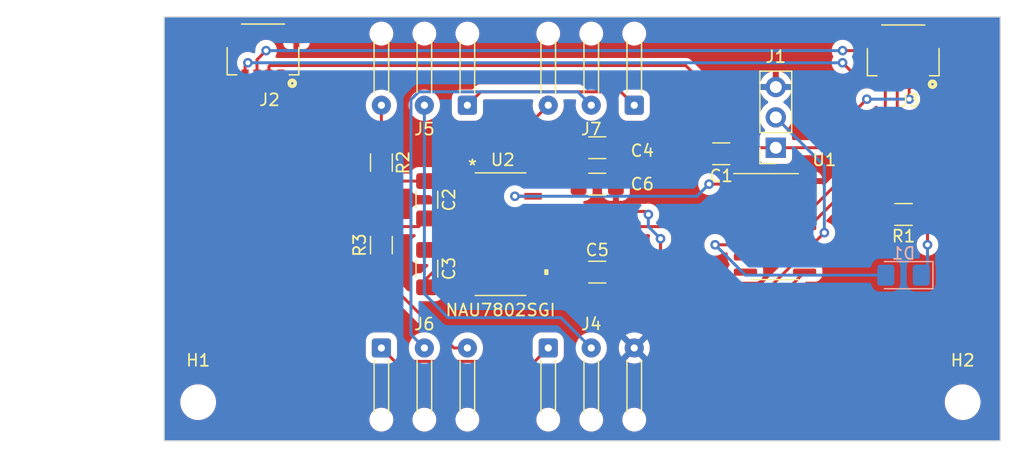
<source format=kicad_pcb>
(kicad_pcb (version 20221018) (generator pcbnew)
  (title_block (comment 4 "AISLER Project ID: ILJMSGZT"))
  (layers (0 "F.Cu" signal) (31 "B.Cu" signal) (34 "B.Paste" user) (35 "F.Paste" user) (36 "B.SilkS" user "B.Silkscreen") (37 "F.SilkS" user "F.Silkscreen") (38 "B.Mask" user) (39 "F.Mask" user) (44 "Edge.Cuts" user))
  (net 0 "")
  (net 1 "VCC")
  (net 2 "GND")
  (net 3 "Net-(U2-VIN1N)")
  (net 4 "Net-(D1-K)")
  (net 5 "SDA_1")
  (net 6 "Net-(U2-VIN1P)")
  (net 7 "Net-(U2-VIN2N)")
  (net 8 "Net-(U2-VIN2P)")
  (net 9 "/Scale/NAU_VDDA")
  (net 10 "Net-(U2-VBG)")
  (net 11 "Net-(D1-A)")
  (net 12 "Net-(J1-Pin_2)")
  (net 18 "SCL_1")
  (net 19 "/SDA_0")
  (net 21 "Net-(J4-Pin_2)")
  (net 22 "Net-(J5-Pin_1)")
  (net 23 "Net-(J6-Pin_2)")
  (net 24 "Net-(J6-Pin_3)")
  (net 25 "Net-(J4-Pin_1)")
  (net 26 "Net-(J5-Pin_3)")
  (net 30 "/SCL_0")
  (footprint "Resistor_SMD:R_1206_3216Metric_Pad1.30x1.75mm_HandSolder" (layer "F.Cu") (at 138.1865 93.7 -90)
    (fp_text reference "R2" (at 0 -1.82 90) (layer "F.SilkS"))
    (fp_text value "47")
    (fp_line (start -0.727064 -0.91) (end 0.727064 -0.91) (stroke (width 0.12)) (layer "F.SilkS"))
    (fp_line (start -0.727064 0.91) (end 0.727064 0.91) (stroke (width 0.12)) (layer "F.SilkS"))
    (pad "1" smd roundrect (at -1.55 0 270) (size 1.3 1.75) (layers "F.Cu" "F.Paste" "F.Mask") (roundrect_rratio 0.1923076923) (net 26 "Net-(J5-Pin_3)"))
    (pad "2" smd roundrect (at 1.55 0 270) (size 1.3 1.75) (layers "F.Cu" "F.Paste" "F.Mask") (roundrect_rratio 0.1923076923) (net 3 "Net-(U2-VIN1N)"))
  )
  (footprint "Capacitor_SMD:C_1206_3216Metric_Pad1.33x1.80mm_HandSolder" (layer "F.Cu") (at 141.9965 102.5775 -90)
    (fp_text reference "C3" (at 0 -1.85 90) (layer "F.SilkS"))
    (fp_text value "330p")
    (fp_line (start -0.711252 -0.91) (end 0.711252 -0.91) (stroke (width 0.12)) (layer "F.SilkS"))
    (fp_line (start -0.711252 0.91) (end 0.711252 0.91) (stroke (width 0.12)) (layer "F.SilkS"))
    (pad "1" smd roundrect (at -1.5625 0 270) (size 1.325 1.8) (layers "F.Cu" "F.Paste" "F.Mask") (roundrect_rratio 0.1886792453) (net 7 "Net-(U2-VIN2N)"))
    (pad "2" smd roundrect (at 1.5625 0 270) (size 1.325 1.8) (layers "F.Cu" "F.Paste" "F.Mask") (roundrect_rratio 0.1886792453) (net 8 "Net-(U2-VIN2P)"))
  )
  (footprint "Package_SO:SOIC-14_3.9x8.7mm_P1.27mm" (layer "F.Cu") (at 171.1415 99.06)
    (fp_text reference "U1" (at 4.129 -5.588) (layer "F.SilkS"))
    (fp_text value "ATtiny1614-SS")
    (fp_line (start 0 -4.435) (end -3.45 -4.435) (stroke (width 0.12)) (layer "F.SilkS"))
    (fp_line (start 0 -4.435) (end 1.95 -4.435) (stroke (width 0.12)) (layer "F.SilkS"))
    (fp_line (start 0 4.435) (end -1.95 4.435) (stroke (width 0.12)) (layer "F.SilkS"))
    (fp_line (start 0 4.435) (end 1.95 4.435) (stroke (width 0.12)) (layer "F.SilkS"))
    (pad "1" smd roundrect (at -2.475 -3.81) (size 1.95 0.6) (layers "F.Cu" "F.Paste" "F.Mask") (net 1 "VCC"))
    (pad "2" smd roundrect (at -2.475 -2.54) (size 1.95 0.6) (layers "F.Cu" "F.Paste" "F.Mask"))
    (pad "3" smd roundrect (at -2.475 -1.27) (size 1.95 0.6) (layers "F.Cu" "F.Paste" "F.Mask"))
    (pad "4" smd roundrect (at -2.475 0) (size 1.95 0.6) (layers "F.Cu" "F.Paste" "F.Mask"))
    (pad "5" smd roundrect (at -2.475 1.27) (size 1.95 0.6) (layers "F.Cu" "F.Paste" "F.Mask") (net 11 "Net-(D1-A)"))
    (pad "6" smd roundrect (at -2.475 2.54) (size 1.95 0.6) (layers "F.Cu" "F.Paste" "F.Mask"))
    (pad "7" smd roundrect (at -2.475 3.81) (size 1.95 0.6) (layers "F.Cu" "F.Paste" "F.Mask"))
    (pad "8" smd roundrect (at 2.475 3.81) (size 1.95 0.6) (layers "F.Cu" "F.Paste" "F.Mask") (net 19 "/SDA_0"))
    (pad "9" smd roundrect (at 2.475 2.54) (size 1.95 0.6) (layers "F.Cu" "F.Paste" "F.Mask") (net 30 "/SCL_0"))
    (pad "10" smd roundrect (at 2.475 1.27) (size 1.95 0.6) (layers "F.Cu" "F.Paste" "F.Mask") (net 12 "Net-(J1-Pin_2)"))
    (pad "11" smd roundrect (at 2.475 0) (size 1.95 0.6) (layers "F.Cu" "F.Paste" "F.Mask") (net 5 "SDA_1"))
    (pad "12" smd roundrect (at 2.475 -1.27) (size 1.95 0.6) (layers "F.Cu" "F.Paste" "F.Mask") (net 18 "SCL_1"))
    (pad "13" smd roundrect (at 2.475 -2.54) (size 1.95 0.6) (layers "F.Cu" "F.Paste" "F.Mask"))
    (pad "14" smd roundrect (at 2.475 -3.81) (size 1.95 0.6) (layers "F.Cu" "F.Paste" "F.Mask") (net 2 "GND"))
  )
  (footprint "Connector_PinSocket_2.54mm:PinSocket_1x03_P2.54mm_Vertical" (layer "F.Cu") (at 171.2065 92.456 180)
    (fp_text reference "J1" (at 0 7.62) (layer "F.SilkS"))
    (fp_text value "Conn_01x03")
    (fp_line (start -1.33 1.27) (end -1.33 6.41) (stroke (width 0.12)) (layer "F.SilkS"))
    (fp_line (start -1.33 1.27) (end 1.33 1.27) (stroke (width 0.12)) (layer "F.SilkS"))
    (fp_line (start -1.33 6.41) (end 1.33 6.41) (stroke (width 0.12)) (layer "F.SilkS"))
    (fp_line (start 0 -1.33) (end 1.33 -1.33) (stroke (width 0.12)) (layer "F.SilkS"))
    (fp_line (start 1.33 -1.33) (end 1.33 0) (stroke (width 0.12)) (layer "F.SilkS"))
    (fp_line (start 1.33 1.27) (end 1.33 6.41) (stroke (width 0.12)) (layer "F.SilkS"))
    (pad "1" thru_hole rect (at 0 0 180) (size 1.7 1.7) (drill 1) (layers "*.Cu" "*.Mask") (net 1 "VCC"))
    (pad "2" thru_hole oval (at 0 2.54 180) (size 1.7 1.7) (drill 1) (layers "*.Cu" "*.Mask") (net 12 "Net-(J1-Pin_2)"))
    (pad "3" thru_hole oval (at 0 5.08 180) (size 1.7 1.7) (drill 1) (layers "*.Cu" "*.Mask") (net 2 "GND"))
  )
  (footprint "Connector_Wire:SolderWire-0.1sqmm_1x03_P3.6mm_D0.4mm_OD1mm_Relief" (layer "F.Cu") (at 159.3565 88.9 180)
    (fp_text reference "J7" (at 3.6 -2) (layer "F.SilkS"))
    (fp_text value "Conn_01x03_Male")
    (fp_line (start -0.61 1.06) (end -0.61 5.39) (stroke (width 0.12)) (layer "F.SilkS"))
    (fp_line (start 0.61 1.06) (end 0.61 5.39) (stroke (width 0.12)) (layer "F.SilkS"))
    (fp_line (start 2.99 1.06) (end 2.99 5.39) (stroke (width 0.12)) (layer "F.SilkS"))
    (fp_line (start 4.21 1.06) (end 4.21 5.39) (stroke (width 0.12)) (layer "F.SilkS"))
    (fp_line (start 6.59 1.06) (end 6.59 5.39) (stroke (width 0.12)) (layer "F.SilkS"))
    (fp_line (start 7.81 1.06) (end 7.81 5.39) (stroke (width 0.12)) (layer "F.SilkS"))
    (pad "" np_thru_hole circle (at 0 6 180) (size 1.5 1.5) (drill 1.5) (layers "*.Cu" "*.Mask"))
    (pad "" np_thru_hole circle (at 3.6 6 180) (size 1.5 1.5) (drill 1.5) (layers "*.Cu" "*.Mask"))
    (pad "" np_thru_hole circle (at 7.2 6 180) (size 1.5 1.5) (drill 1.5) (layers "*.Cu" "*.Mask"))
    (pad "1" thru_hole roundrect (at 0 0 180) (size 1.6 1.6) (drill 0.6) (layers "*.Cu" "*.Mask") (roundrect_rratio 0.15625) (net 22 "Net-(J5-Pin_1)"))
    (pad "2" thru_hole circle (at 3.6 0 180) (size 1.6 1.6) (drill 0.6) (layers "*.Cu" "*.Mask") (net 23 "Net-(J6-Pin_2)"))
    (pad "3" thru_hole circle (at 7.2 0 180) (size 1.6 1.6) (drill 0.6) (layers "*.Cu" "*.Mask") (net 9 "/Scale/NAU_VDDA"))
  )
  (footprint "Capacitor_SMD:C_1206_3216Metric_Pad1.33x1.80mm_HandSolder" (layer "F.Cu") (at 156.259 92.456)
    (fp_text reference "C4" (at 3.7715 0.254) (layer "F.SilkS"))
    (fp_text value "1µ")
    (fp_line (start -0.711252 -0.91) (end 0.711252 -0.91) (stroke (width 0.12)) (layer "F.SilkS"))
    (fp_line (start -0.711252 0.91) (end 0.711252 0.91) (stroke (width 0.12)) (layer "F.SilkS"))
    (pad "1" smd roundrect (at -1.5625 0) (size 1.325 1.8) (layers "F.Cu" "F.Paste" "F.Mask") (roundrect_rratio 0.1886792453) (net 9 "/Scale/NAU_VDDA"))
    (pad "2" smd roundrect (at 1.5625 0) (size 1.325 1.8) (layers "F.Cu" "F.Paste" "F.Mask") (roundrect_rratio 0.1886792453) (net 2 "GND"))
  )
  (footprint "Capacitor_SMD:C_1206_3216Metric" (layer "F.Cu") (at 166.6345 92.964 180)
    (fp_text reference "C1" (at 0 -1.85) (layer "F.SilkS"))
    (fp_text value "10u")
    (fp_line (start -0.711252 -0.91) (end 0.711252 -0.91) (stroke (width 0.12)) (layer "F.SilkS"))
    (fp_line (start -0.711252 0.91) (end 0.711252 0.91) (stroke (width 0.12)) (layer "F.SilkS"))
    (pad "1" smd roundrect (at -1.475 0 180) (size 1.15 1.8) (layers "F.Cu" "F.Paste" "F.Mask") (roundrect_rratio 0.2173913043) (net 1 "VCC"))
    (pad "2" smd roundrect (at 1.475 0 180) (size 1.15 1.8) (layers "F.Cu" "F.Paste" "F.Mask") (roundrect_rratio 0.2173913043) (net 2 "GND"))
  )
  (footprint "Connector_Wire:SolderWire-0.1sqmm_1x03_P3.6mm_D0.4mm_OD1mm_Relief" (layer "F.Cu") (at 145.3865 88.9 180)
    (fp_text reference "J5" (at 3.6 -2) (layer "F.SilkS"))
    (fp_text value "Conn_01x03_Male")
    (fp_line (start -0.61 1.06) (end -0.61 5.39) (stroke (width 0.12)) (layer "F.SilkS"))
    (fp_line (start 0.61 1.06) (end 0.61 5.39) (stroke (width 0.12)) (layer "F.SilkS"))
    (fp_line (start 2.99 1.06) (end 2.99 5.39) (stroke (width 0.12)) (layer "F.SilkS"))
    (fp_line (start 4.21 1.06) (end 4.21 5.39) (stroke (width 0.12)) (layer "F.SilkS"))
    (fp_line (start 6.59 1.06) (end 6.59 5.39) (stroke (width 0.12)) (layer "F.SilkS"))
    (fp_line (start 7.81 1.06) (end 7.81 5.39) (stroke (width 0.12)) (layer "F.SilkS"))
    (pad "" np_thru_hole circle (at 0 6 180) (size 1.5 1.5) (drill 1.5) (layers "*.Cu" "*.Mask"))
    (pad "" np_thru_hole circle (at 3.6 6 180) (size 1.5 1.5) (drill 1.5) (layers "*.Cu" "*.Mask"))
    (pad "" np_thru_hole circle (at 7.2 6 180) (size 1.5 1.5) (drill 1.5) (layers "*.Cu" "*.Mask"))
    (pad "1" thru_hole roundrect (at 0 0 180) (size 1.6 1.6) (drill 0.6) (layers "*.Cu" "*.Mask") (roundrect_rratio 0.15625) (net 22 "Net-(J5-Pin_1)"))
    (pad "2" thru_hole circle (at 3.6 0 180) (size 1.6 1.6) (drill 0.6) (layers "*.Cu" "*.Mask") (net 21 "Net-(J4-Pin_2)"))
    (pad "3" thru_hole circle (at 7.2 0 180) (size 1.6 1.6) (drill 0.6) (layers "*.Cu" "*.Mask") (net 26 "Net-(J5-Pin_3)"))
  )
  (footprint "MountingHole:MountingHole_2.5mm" (layer "F.Cu") (at 122.848 113.756)
    (fp_text reference "H1" (at 0 -3.5) (layer "F.SilkS"))
    (fp_text value "MountingHole")
    (pad "" np_thru_hole circle (at 0 0) (size 2.5 2.5) (drill 2.5) (layers "*.Cu" "*.Mask"))
  )
  (footprint "Resistor_SMD:R_1206_3216Metric_Pad1.30x1.75mm_HandSolder" (layer "F.Cu") (at 138.1865 100.61 90)
    (fp_text reference "R3" (at 0 -1.82 90) (layer "F.SilkS"))
    (fp_text value "47")
    (fp_line (start -0.727064 -0.91) (end 0.727064 -0.91) (stroke (width 0.12)) (layer "F.SilkS"))
    (fp_line (start -0.727064 0.91) (end 0.727064 0.91) (stroke (width 0.12)) (layer "F.SilkS"))
    (pad "1" smd roundrect (at -1.55 0 90) (size 1.3 1.75) (layers "F.Cu" "F.Paste" "F.Mask") (roundrect_rratio 0.1923076923) (net 24 "Net-(J6-Pin_3)"))
    (pad "2" smd roundrect (at 1.55 0 90) (size 1.3 1.75) (layers "F.Cu" "F.Paste" "F.Mask") (roundrect_rratio 0.1923076923) (net 6 "Net-(U2-VIN1P)"))
  )
  (footprint "Capacitor_SMD:C_1206_3216Metric_Pad1.33x1.80mm_HandSolder" (layer "F.Cu") (at 141.9965 96.8125 -90)
    (fp_text reference "C2" (at 0 -1.85 90) (layer "F.SilkS"))
    (fp_text value "100n")
    (fp_line (start -0.711252 -0.91) (end 0.711252 -0.91) (stroke (width 0.12)) (layer "F.SilkS"))
    (fp_line (start -0.711252 0.91) (end 0.711252 0.91) (stroke (width 0.12)) (layer "F.SilkS"))
    (pad "1" smd roundrect (at -1.5625 0 270) (size 1.325 1.8) (layers "F.Cu" "F.Paste" "F.Mask") (roundrect_rratio 0.1886792453) (net 3 "Net-(U2-VIN1N)"))
    (pad "2" smd roundrect (at 1.5625 0 270) (size 1.325 1.8) (layers "F.Cu" "F.Paste" "F.Mask") (roundrect_rratio 0.1886792453) (net 6 "Net-(U2-VIN1P)"))
  )
  (footprint "Connector_Wire:SolderWire-0.1sqmm_1x03_P3.6mm_D0.4mm_OD1mm_Relief" (layer "F.Cu") (at 138.1865 109.22)
    (fp_text reference "J6" (at 3.6 -2) (layer "F.SilkS"))
    (fp_text value "Conn_01x03_Male")
    (fp_line (start -0.61 1.06) (end -0.61 5.39) (stroke (width 0.12)) (layer "F.SilkS"))
    (fp_line (start 0.61 1.06) (end 0.61 5.39) (stroke (width 0.12)) (layer "F.SilkS"))
    (fp_line (start 2.99 1.06) (end 2.99 5.39) (stroke (width 0.12)) (layer "F.SilkS"))
    (fp_line (start 4.21 1.06) (end 4.21 5.39) (stroke (width 0.12)) (layer "F.SilkS"))
    (fp_line (start 6.59 1.06) (end 6.59 5.39) (stroke (width 0.12)) (layer "F.SilkS"))
    (fp_line (start 7.81 1.06) (end 7.81 5.39) (stroke (width 0.12)) (layer "F.SilkS"))
    (pad "" np_thru_hole circle (at 0 6) (size 1.5 1.5) (drill 1.5) (layers "*.Cu" "*.Mask"))
    (pad "" np_thru_hole circle (at 3.6 6) (size 1.5 1.5) (drill 1.5) (layers "*.Cu" "*.Mask"))
    (pad "" np_thru_hole circle (at 7.2 6) (size 1.5 1.5) (drill 1.5) (layers "*.Cu" "*.Mask"))
    (pad "1" thru_hole roundrect (at 0 0) (size 1.6 1.6) (drill 0.6) (layers "*.Cu" "*.Mask") (roundrect_rratio 0.15625) (net 25 "Net-(J4-Pin_1)"))
    (pad "2" thru_hole circle (at 3.6 0) (size 1.6 1.6) (drill 0.6) (layers "*.Cu" "*.Mask") (net 23 "Net-(J6-Pin_2)"))
    (pad "3" thru_hole circle (at 7.2 0) (size 1.6 1.6) (drill 0.6) (layers "*.Cu" "*.Mask") (net 24 "Net-(J6-Pin_3)"))
  )
  (footprint "NAU:NAU7802SGI" (layer "F.Cu") (at 148.16235 99.695)
    (fp_text reference "U2" (at 0.18415 -6.223) (layer "F.SilkS"))
    (fp_text value "NAU7802SGI" (at 0 6.35) (layer "F.SilkS"))
    (fp_text user "*" (at -2.35585 -5.715) (layer "F.SilkS"))
    (fp_line (start -2.1209 5.1308) (end 2.1209 5.1308) (stroke (width 0.12)) (layer "F.SilkS"))
    (fp_line (start 2.1209 -5.1308) (end -2.1209 -5.1308) (stroke (width 0.12)) (layer "F.SilkS"))
    (fp_poly (pts (xy 3.9624 2.9845) (xy 3.9624 3.3655) (xy 3.7084 3.3655) (xy 3.7084 2.9845)) (stroke (width 0.1)) (fill solid) (layer "F.SilkS"))
    (pad "1" smd rect (at -2.72415 -4.445) (size 1.4605 0.5588) (layers "F.Cu" "F.Paste" "F.Mask") (net 9 "/Scale/NAU_VDDA"))
    (pad "2" smd rect (at -2.72415 -3.175) (size 1.4605 0.5588) (layers "F.Cu" "F.Paste" "F.Mask") (net 3 "Net-(U2-VIN1N)"))
    (pad "3" smd rect (at -2.72415 -1.905) (size 1.4605 0.5588) (layers "F.Cu" "F.Paste" "F.Mask") (net 6 "Net-(U2-VIN1P)"))
    (pad "4" smd rect (at -2.72415 -0.635) (size 1.4605 0.5588) (layers "F.Cu" "F.Paste" "F.Mask") (net 7 "Net-(U2-VIN2N)"))
    (pad "5" smd rect (at -2.72415 0.635) (size 1.4605 0.5588) (layers "F.Cu" "F.Paste" "F.Mask") (net 8 "Net-(U2-VIN2P)"))
    (pad "6" smd rect (at -2.72415 1.905) (size 1.4605 0.5588) (layers "F.Cu" "F.Paste" "F.Mask") (net 10 "Net-(U2-VBG)"))
    (pad "7" smd rect (at -2.72415 3.175) (size 1.4605 0.5588) (layers "F.Cu" "F.Paste" "F.Mask") (net 2 "GND"))
    (pad "8" smd rect (at -2.72415 4.445) (size 1.4605 0.5588) (layers "F.Cu" "F.Paste" "F.Mask") (net 2 "GND"))
    (pad "9" smd rect (at 2.72415 4.445) (size 1.4605 0.5588) (layers "F.Cu" "F.Paste" "F.Mask") (net 2 "GND"))
    (pad "10" smd rect (at 2.72415 3.175) (size 1.4605 0.5588) (layers "F.Cu" "F.Paste" "F.Mask"))
    (pad "11" smd rect (at 2.72415 1.905) (size 1.4605 0.5588) (layers "F.Cu" "F.Paste" "F.Mask"))
    (pad "12" smd rect (at 2.72415 0.635) (size 1.4605 0.5588) (layers "F.Cu" "F.Paste" "F.Mask"))
    (pad "13" smd rect (at 2.72415 -0.635) (size 1.4605 0.5588) (layers "F.Cu" "F.Paste" "F.Mask") (net 30 "/SCL_0"))
    (pad "14" smd rect (at 2.72415 -1.905) (size 1.4605 0.5588) (layers "F.Cu" "F.Paste" "F.Mask") (net 19 "/SDA_0"))
    (pad "15" smd rect (at 2.72415 -3.175) (size 1.4605 0.5588) (layers "F.Cu" "F.Paste" "F.Mask") (net 1 "VCC"))
    (pad "16" smd rect (at 2.72415 -4.445) (size 1.4605 0.5588) (layers "F.Cu" "F.Paste" "F.Mask") (net 9 "/Scale/NAU_VDDA"))
  )
  (footprint "Connector_Wire:SolderWire-0.1sqmm_1x03_P3.6mm_D0.4mm_OD1mm_Relief" (layer "F.Cu") (at 152.1565 109.22)
    (fp_text reference "J4" (at 3.6 -2) (layer "F.SilkS"))
    (fp_text value "Conn_01x03_Male")
    (fp_line (start -0.61 1.06) (end -0.61 5.39) (stroke (width 0.12)) (layer "F.SilkS"))
    (fp_line (start 0.61 1.06) (end 0.61 5.39) (stroke (width 0.12)) (layer "F.SilkS"))
    (fp_line (start 2.99 1.06) (end 2.99 5.39) (stroke (width 0.12)) (layer "F.SilkS"))
    (fp_line (start 4.21 1.06) (end 4.21 5.39) (stroke (width 0.12)) (layer "F.SilkS"))
    (fp_line (start 6.59 1.06) (end 6.59 5.39) (stroke (width 0.12)) (layer "F.SilkS"))
    (fp_line (start 7.81 1.06) (end 7.81 5.39) (stroke (width 0.12)) (layer "F.SilkS"))
    (pad "" np_thru_hole circle (at 0 6) (size 1.5 1.5) (drill 1.5) (layers "*.Cu" "*.Mask"))
    (pad "" np_thru_hole circle (at 3.6 6) (size 1.5 1.5) (drill 1.5) (layers "*.Cu" "*.Mask"))
    (pad "" np_thru_hole circle (at 7.2 6) (size 1.5 1.5) (drill 1.5) (layers "*.Cu" "*.Mask"))
    (pad "1" thru_hole roundrect (at 0 0) (size 1.6 1.6) (drill 0.6) (layers "*.Cu" "*.Mask") (roundrect_rratio 0.15625) (net 25 "Net-(J4-Pin_1)"))
    (pad "2" thru_hole circle (at 3.6 0) (size 1.6 1.6) (drill 0.6) (layers "*.Cu" "*.Mask") (net 21 "Net-(J4-Pin_2)"))
    (pad "3" thru_hole circle (at 7.2 0) (size 1.6 1.6) (drill 0.6) (layers "*.Cu" "*.Mask") (net 2 "GND"))
  )
  (footprint "MountingHole:MountingHole_2.5mm" (layer "F.Cu") (at 186.848 113.756)
    (fp_text reference "H2" (at 0 -3.5) (layer "F.SilkS"))
    (fp_text value "MountingHole")
    (pad "" np_thru_hole circle (at 0 0) (size 2.5 2.5) (drill 2.5) (layers "*.Cu" "*.Mask"))
  )
  (footprint "Resistor_SMD:R_1206_3216Metric_Pad1.30x1.75mm_HandSolder" (layer "F.Cu") (at 181.9005 98.044 180)
    (fp_text reference "R1" (at 0 -1.82) (layer "F.SilkS"))
    (fp_text value "180")
    (fp_line (start -0.727064 -0.91) (end 0.727064 -0.91) (stroke (width 0.12)) (layer "F.SilkS"))
    (fp_line (start -0.727064 0.91) (end 0.727064 0.91) (stroke (width 0.12)) (layer "F.SilkS"))
    (pad "1" smd roundrect (at -1.55 0 180) (size 1.3 1.75) (layers "F.Cu" "F.Paste" "F.Mask") (roundrect_rratio 0.1923076923) (net 4 "Net-(D1-K)"))
    (pad "2" smd roundrect (at 1.55 0 180) (size 1.3 1.75) (layers "F.Cu" "F.Paste" "F.Mask") (roundrect_rratio 0.1923076923) (net 2 "GND"))
  )
  (footprint "Capacitor_SMD:C_1206_3216Metric_Pad1.33x1.80mm_HandSolder" (layer "F.Cu") (at 156.259 102.87)
    (fp_text reference "C5" (at 0 -1.85) (layer "F.SilkS"))
    (fp_text value "100n")
    (fp_line (start -0.711252 -0.91) (end 0.711252 -0.91) (stroke (width 0.12)) (layer "F.SilkS"))
    (fp_line (start -0.711252 0.91) (end 0.711252 0.91) (stroke (width 0.12)) (layer "F.SilkS"))
    (pad "1" smd roundrect (at -1.5625 0) (size 1.325 1.8) (layers "F.Cu" "F.Paste" "F.Mask") (roundrect_rratio 0.1886792453) (net 10 "Net-(U2-VBG)"))
    (pad "2" smd roundrect (at 1.5625 0) (size 1.325 1.8) (layers "F.Cu" "F.Paste" "F.Mask") (roundrect_rratio 0.1886792453) (net 2 "GND"))
  )
  (footprint "Quiicconnector:JST_SM04B-SRSS-TB(LF)(SN)" (layer "F.Cu") (at 181.8745 86.756 180)
    (fp_text reference "J3" (at -0.545095 -1.767685) (layer "F.SilkS") (effects (font (size 1.001173 1.001173))))
    (fp_text value "SM04B-SRSS-TB(LF)(SN)")
    (fp_line (start -3 0.325) (end -3 2.6) (stroke (width 0.127)) (layer "F.SilkS"))
    (fp_line (start -2.2 0.325) (end -3 0.325) (stroke (width 0.127)) (layer "F.SilkS"))
    (fp_line (start -1.8 4.575) (end 1.8 4.575) (stroke (width 0.127)) (layer "F.SilkS"))
    (fp_line (start 2.2 0.325) (end 3 0.325) (stroke (width 0.127)) (layer "F.SilkS"))
    (fp_line (start 3 0.325) (end 3 2.6) (stroke (width 0.127)) (layer "F.SilkS"))
    (fp_circle (center -2.45 -0.385) (end -2.35 -0.385) (stroke (width 0.3)) (fill none) (layer "F.SilkS"))
    (pad "1" smd rect (at -1.5 0 180) (size 0.6 1.55) (layers "F.Cu" "F.Paste" "F.Mask") (net 2 "GND"))
    (pad "2" smd rect (at -0.5 0 180) (size 0.6 1.55) (layers "F.Cu" "F.Paste" "F.Mask") (net 1 "VCC"))
    (pad "3" smd rect (at 0.5 0 180) (size 0.6 1.55) (layers "F.Cu" "F.Paste" "F.Mask") (net 5 "SDA_1"))
    (pad "4" smd rect (at 1.5 0 180) (size 0.6 1.55) (layers "F.Cu" "F.Paste" "F.Mask") (net 18 "SCL_1"))
    (pad "S1" smd rect (at -2.8 3.875) (size 1.2 1.8) (layers "F.Cu" "F.Paste" "F.Mask") (net 2 "GND"))
    (pad "S2" smd rect (at 2.8 3.875) (size 1.2 1.8) (layers "F.Cu" "F.Paste" "F.Mask") (net 2 "GND"))
  )
  (footprint "Quiicconnector:JST_SM04B-SRSS-TB(LF)(SN)" (layer "F.Cu") (at 128.2745 86.679 180)
    (fp_text reference "J2" (at -0.545095 -1.767685) (layer "F.SilkS") (effects (font (size 1.001173 1.001173))))
    (fp_text value "SM04B-SRSS-TB(LF)(SN)")
    (fp_line (start -3 0.325) (end -3 2.6) (stroke (width 0.127)) (layer "F.SilkS"))
    (fp_line (start -2.2 0.325) (end -3 0.325) (stroke (width 0.127)) (layer "F.SilkS"))
    (fp_line (start -1.8 4.575) (end 1.8 4.575) (stroke (width 0.127)) (layer "F.SilkS"))
    (fp_line (start 2.2 0.325) (end 3 0.325) (stroke (width 0.127)) (layer "F.SilkS"))
    (fp_line (start 3 0.325) (end 3 2.6) (stroke (width 0.127)) (layer "F.SilkS"))
    (fp_circle (center -2.45 -0.385) (end -2.35 -0.385) (stroke (width 0.3)) (fill none) (layer "F.SilkS"))
    (pad "1" smd rect (at -1.5 0 180) (size 0.6 1.55) (layers "F.Cu" "F.Paste" "F.Mask") (net 2 "GND"))
    (pad "2" smd rect (at -0.5 0 180) (size 0.6 1.55) (layers "F.Cu" "F.Paste" "F.Mask") (net 1 "VCC"))
    (pad "3" smd rect (at 0.5 0 180) (size 0.6 1.55) (layers "F.Cu" "F.Paste" "F.Mask") (net 5 "SDA_1"))
    (pad "4" smd rect (at 1.5 0 180) (size 0.6 1.55) (layers "F.Cu" "F.Paste" "F.Mask") (net 18 "SCL_1"))
    (pad "S1" smd rect (at -2.8 3.875) (size 1.2 1.8) (layers "F.Cu" "F.Paste" "F.Mask") (net 2 "GND"))
    (pad "S2" smd rect (at 2.8 3.875) (size 1.2 1.8) (layers "F.Cu" "F.Paste" "F.Mask") (net 2 "GND"))
  )
  (footprint "Capacitor_SMD:C_1206_3216Metric_Pad1.33x1.80mm_HandSolder" (layer "F.Cu") (at 156.259 95.504)
    (fp_text reference "C6" (at 3.7715 0) (layer "F.SilkS"))
    (fp_text value "100n")
    (fp_line (start -0.711252 -0.91) (end 0.711252 -0.91) (stroke (width 0.12)) (layer "F.SilkS"))
    (fp_line (start -0.711252 0.91) (end 0.711252 0.91) (stroke (width 0.12)) (layer "F.SilkS"))
    (pad "1" smd roundrect (at -1.5625 0) (size 1.325 1.8) (layers "F.Cu" "F.Paste" "F.Mask") (roundrect_rratio 0.1886792453) (net 9 "/Scale/NAU_VDDA"))
    (pad "2" smd roundrect (at 1.5625 0) (size 1.325 1.8) (layers "F.Cu" "F.Paste" "F.Mask") (roundrect_rratio 0.1886792453) (net 2 "GND"))
  )
  (footprint "LED_SMD:LED_1206_3216Metric_Pad1.42x1.75mm_HandSolder" (layer "B.Cu") (at 181.9005 103.124 180)
    (fp_text reference "D1" (at 0 1.82) (layer "B.SilkS") (effects (justify mirror)))
    (fp_text value "LED")
    (fp_line (start -2.46 -1.135) (end 1.6 -1.135) (stroke (width 0.12)) (layer "B.SilkS"))
    (fp_line (start -2.46 1.135) (end -2.46 -1.135) (stroke (width 0.12)) (layer "B.SilkS"))
    (fp_line (start 1.6 1.135) (end -2.46 1.135) (stroke (width 0.12)) (layer "B.SilkS"))
    (pad "1" smd roundrect (at -1.4875 0 180) (size 1.425 1.75) (layers "B.Cu" "B.Paste" "B.Mask") (roundrect_rratio 0.1754392982) (net 4 "Net-(D1-K)"))
    (pad "2" smd roundrect (at 1.4875 0 180) (size 1.425 1.75) (layers "B.Cu" "B.Paste" "B.Mask") (roundrect_rratio 0.1754392982) (net 11 "Net-(D1-A)"))
  )
  (gr_rect (start 120 81.5) (end 190 117) (stroke (width 0.1)) (fill none) (layer "Edge.Cuts"))
  (segment (start 168.4125 95.504) (end 168.6665 95.25) (width 0.25) (layer "F.Cu") (net 1))
  (segment (start 168.6175 92.456) (end 171.2065 92.456) (width 0.25) (layer "F.Cu") (net 1))
  (segment (start 171.2065 92.456) (end 174.7625 92.456) (width 0.25) (layer "F.Cu") (net 1))
  (segment (start 168.6665 95.25) (end 168.6665 93.521) (width 0.25) (layer "F.Cu") (net 1))
  (segment (start 174.7625 92.456) (end 178.8265 88.392) (width 0.25) (layer "F.Cu") (net 1))
  (segment (start 128.8495 85.579) (end 163.6655 85.579) (width 0.25) (layer "F.Cu") (net 1))
  (segment (start 168.1095 92.964) (end 168.6175 92.456) (width 0.25) (layer "F.Cu") (net 1))
  (segment (start 168.1095 90.023) (end 168.1095 92.964) (width 0.25) (layer "F.Cu") (net 1))
  (segment (start 168.6665 93.521) (end 168.1095 92.964) (width 0.25) (layer "F.Cu") (net 1))
  (segment (start 182.3745 88.384) (end 182.3825 88.392) (width 0.25) (layer "F.Cu") (net 1))
  (segment (start 163.6655 85.579) (end 168.1095 90.023) (width 0.25) (layer "F.Cu") (net 1))
  (segment (start 182.3745 86.328) (end 182.3745 88.384) (width 0.25) (layer "F.Cu") (net 1))
  (segment (start 128.7745 86.679) (end 128.7745 85.654) (width 0.25) (layer "F.Cu") (net 1))
  (segment (start 150.8865 96.52) (end 149.3625 96.52) (width 0.25) (layer "F.Cu") (net 1))
  (segment (start 128.7745 85.654) (end 128.8495 85.579) (width 0.25) (layer "F.Cu") (net 1))
  (segment (start 165.6185 95.504) (end 168.4125 95.504) (width 0.25) (layer "F.Cu") (net 1))
  (via (at 178.8265 88.392) (size 0.8) (drill 0.4) (layers "F.Cu" "B.Cu") (net 1))
  (via (at 182.3825 88.392) (size 0.8) (drill 0.4) (layers "F.Cu" "B.Cu") (net 1))
  (via (at 149.3625 96.52) (size 0.8) (drill 0.4) (layers "F.Cu" "B.Cu") (net 1))
  (via (at 165.6185 95.504) (size 0.8) (drill 0.4) (layers "F.Cu" "B.Cu") (net 1))
  (segment (start 182.3825 88.392) (end 178.8265 88.392) (width 0.25) (layer "B.Cu") (net 1))
  (segment (start 149.3625 96.52) (end 164.6025 96.52) (width 0.25) (layer "B.Cu") (net 1))
  (segment (start 164.6025 96.52) (end 165.6185 95.504) (width 0.25) (layer "B.Cu") (net 1))
  (segment (start 141.9965 95.25) (end 143.2665 96.52) (width 0.25) (layer "F.Cu") (net 3))
  (segment (start 141.9965 95.25) (end 138.1865 95.25) (width 0.25) (layer "F.Cu") (net 3))
  (segment (start 143.2665 96.52) (end 145.4382 96.52) (width 0.25) (layer "F.Cu") (net 3))
  (segment (start 183.9065 98.5) (end 183.4505 98.044) (width 0.25) (layer "F.Cu") (net 4))
  (segment (start 183.9065 100.584) (end 183.9065 98.5) (width 0.25) (layer "F.Cu") (net 4))
  (via (at 183.9065 100.584) (size 0.8) (drill 0.4) (layers "F.Cu" "B.Cu") (net 4))
  (segment (start 183.9065 102.6055) (end 183.9065 100.584) (width 0.25) (layer "B.Cu") (net 4))
  (segment (start 183.388 103.124) (end 183.9065 102.6055) (width 0.25) (layer "B.Cu") (net 4))
  (segment (start 181.3745 85.303) (end 181.3745 86.328) (width 0.25) (layer "F.Cu") (net 5))
  (segment (start 127.7745 85.088) (end 128.5345 84.328) (width 0.25) (layer "F.Cu") (net 5))
  (segment (start 173.993251 99.06) (end 173.6165 99.06) (width 0.25) (layer "F.Cu") (net 5))
  (segment (start 176.7945 84.328) (end 180.3995 84.328) (width 0.25) (layer "F.Cu") (net 5))
  (segment (start 127.7745 86.679) (end 127.7745 85.088) (width 0.25) (layer "F.Cu") (net 5))
  (segment (start 181.3745 91.678751) (end 173.993251 99.06) (width 0.25) (layer "F.Cu") (net 5))
  (segment (start 180.3995 84.328) (end 181.3745 85.303) (width 0.25) (layer "F.Cu") (net 5))
  (segment (start 181.3745 86.328) (end 181.3745 91.678751) (width 0.25) (layer "F.Cu") (net 5))
  (via (at 128.5345 84.328) (size 0.8) (drill 0.4) (layers "F.Cu" "B.Cu") (net 5))
  (via (at 176.7945 84.328) (size 0.8) (drill 0.4) (layers "F.Cu" "B.Cu") (net 5))
  (segment (start 128.5345 84.328) (end 172.2225 84.328) (width 0.25) (layer "B.Cu") (net 5))
  (segment (start 172.2225 84.328) (end 176.7945 84.328) (width 0.25) (layer "B.Cu") (net 5))
  (segment (start 142.5815 97.79) (end 145.4382 97.79) (width 0.25) (layer "F.Cu") (net 6))
  (segment (start 138.1865 99.06) (end 141.3115 99.06) (width 0.25) (layer "F.Cu") (net 6))
  (segment (start 141.3115 99.06) (end 141.9965 98.375) (width 0.25) (layer "F.Cu") (net 6))
  (segment (start 141.9965 98.375) (end 142.5815 97.79) (width 0.25) (layer "F.Cu") (net 6))
  (segment (start 141.9965 101.015) (end 143.9515 99.06) (width 0.25) (layer "F.Cu") (net 7))
  (segment (start 143.9515 99.06) (end 145.4382 99.06) (width 0.25) (layer "F.Cu") (net 7))
  (segment (start 145.04855 100.33) (end 145.4382 100.33) (width 0.25) (layer "F.Cu") (net 8))
  (segment (start 141.9965 104.14) (end 141.9965 103.38205) (width 0.25) (layer "F.Cu") (net 8))
  (segment (start 141.9965 103.38205) (end 145.04855 100.33) (width 0.25) (layer "F.Cu") (net 8))
  (segment (start 150.8865 95.25) (end 154.6965 95.25) (width 0.25) (layer "F.Cu") (net 9))
  (segment (start 150.8865 95.25) (end 150.8865 90.17) (width 0.25) (layer "F.Cu") (net 9))
  (segment (start 145.4382 95.25) (end 150.8865 95.25) (width 0.25) (layer "F.Cu") (net 9))
  (segment (start 150.8865 90.17) (end 152.1565 88.9) (width 0.25) (layer "F.Cu") (net 9))
  (segment (start 154.6965 91.694) (end 154.6965 95.504) (width 0.25) (layer "F.Cu") (net 9))
  (segment (start 146.1038 102.2656) (end 145.4382 101.6) (width 0.25) (layer "F.Cu") (net 10))
  (segment (start 154.6965 102.87) (end 154.0921 102.2656) (width 0.25) (layer "F.Cu") (net 10))
  (segment (start 154.0921 102.2656) (end 146.1038 102.2656) (width 0.25) (layer "F.Cu") (net 10))
  (segment (start 168.4125 100.584) (end 168.6665 100.33) (width 0.25) (layer "F.Cu") (net 11))
  (segment (start 166.1265 100.584) (end 168.4125 100.584) (width 0.25) (layer "F.Cu") (net 11))
  (via (at 166.1265 100.584) (size 0.8) (drill 0.4) (layers "F.Cu" "B.Cu") (net 11))
  (segment (start 180.413 103.124) (end 168.6665 103.124) (width 0.25) (layer "B.Cu") (net 11))
  (segment (start 168.6665 103.124) (end 166.1265 100.584) (width 0.25) (layer "B.Cu") (net 11))
  (segment (start 175.2705 99.568) (end 174.5085 100.33) (width 0.25) (layer "F.Cu") (net 12))
  (segment (start 174.5085 100.33) (end 173.6165 100.33) (width 0.25) (layer "F.Cu") (net 12))
  (via (at 175.2705 99.568) (size 0.8) (drill 0.4) (layers "F.Cu" "B.Cu") (net 12))
  (segment (start 171.2065 89.916) (end 175.2705 93.98) (width 0.25) (layer "B.Cu") (net 12))
  (segment (start 175.2705 93.98) (end 175.2705 99.568) (width 0.25) (layer "B.Cu") (net 12))
  (segment (start 126.7745 86.679) (end 126.7745 85.58) (width 0.25) (layer "F.Cu") (net 18))
  (segment (start 126.7745 85.58) (end 127.0105 85.344) (width 0.25) (layer "F.Cu") (net 18))
  (segment (start 180.3745 86.328) (end 180.3745 91.408751) (width 0.25) (layer "F.Cu") (net 18))
  (segment (start 173.993251 97.79) (end 173.6165 97.79) (width 0.25) (layer "F.Cu") (net 18))
  (segment (start 177.7785 86.328) (end 176.7945 85.344) (width 0.25) (layer "F.Cu") (net 18))
  (segment (start 180.3745 86.328) (end 177.7785 86.328) (width 0.25) (layer "F.Cu") (net 18))
  (segment (start 180.3745 91.408751) (end 173.993251 97.79) (width 0.25) (layer "F.Cu") (net 18))
  (via (at 176.7945 85.344) (size 0.8) (drill 0.4) (layers "F.Cu" "B.Cu") (net 18))
  (via (at 127.0105 85.344) (size 0.8) (drill 0.4) (layers "F.Cu" "B.Cu") (net 18))
  (segment (start 176.7945 85.344) (end 172.2225 85.344) (width 0.25) (layer "B.Cu") (net 18))
  (segment (start 172.2225 85.344) (end 127.0105 85.344) (width 0.25) (layer "B.Cu") (net 18))
  (segment (start 160.2845 97.79) (end 160.5385 98.044) (width 0.25) (layer "F.Cu") (net 19))
  (segment (start 150.8865 97.79) (end 160.2845 97.79) (width 0.25) (layer "F.Cu") (net 19))
  (segment (start 173.6165 102.87) (end 171.3885 105.098) (width 0.25) (layer "F.Cu") (net 19))
  (segment (start 161.5545 102.108) (end 161.5545 100.076) (width 0.25) (layer "F.Cu") (net 19))
  (segment (start 164.5445 105.098) (end 161.5545 102.108) (width 0.25) (layer "F.Cu") (net 19))
  (segment (start 171.3885 105.098) (end 164.5445 105.098) (width 0.25) (layer "F.Cu") (net 19))
  (via (at 161.5545 100.076) (size 0.8) (drill 0.4) (layers "F.Cu" "B.Cu") (net 19))
  (via (at 160.5385 98.044) (size 0.8) (drill 0.4) (layers "F.Cu" "B.Cu") (net 19))
  (segment (start 160.5385 99.06) (end 161.5545 100.076) (width 0.25) (layer "B.Cu") (net 19))
  (segment (start 160.5385 98.044) (end 160.5385 99.06) (width 0.25) (layer "B.Cu") (net 19))
  (segment (start 155.7565 109.22) (end 153.2165 106.68) (width 0.25) (layer "B.Cu") (net 21))
  (segment (start 153.2165 106.68) (end 143.7745 106.68) (width 0.25) (layer "B.Cu") (net 21))
  (segment (start 141.7865 104.692) (end 141.7865 88.9) (width 0.25) (layer "B.Cu") (net 21))
  (segment (start 143.7745 106.68) (end 141.7865 104.692) (width 0.25) (layer "B.Cu") (net 21))
  (segment (start 158.2315 87.775) (end 159.3565 88.9) (width 0.25) (layer "F.Cu") (net 22))
  (segment (start 146.5115 87.775) (end 158.2315 87.775) (width 0.25) (layer "F.Cu") (net 22))
  (segment (start 145.3865 88.9) (end 146.5115 87.775) (width 0.25) (layer "F.Cu") (net 22))
  (segment (start 141.320509 87.775) (end 140.6615 88.434009) (width 0.25) (layer "B.Cu") (net 23))
  (segment (start 140.6615 108.095) (end 141.7865 109.22) (width 0.25) (layer "B.Cu") (net 23))
  (segment (start 140.6615 88.434009) (end 140.6615 108.095) (width 0.25) (layer "B.Cu") (net 23))
  (segment (start 155.7565 88.9) (end 154.6315 87.775) (width 0.25) (layer "B.Cu") (net 23))
  (segment (start 154.6315 87.775) (end 141.320509 87.775) (width 0.25) (layer "B.Cu") (net 23))
  (segment (start 138.1865 102.16) (end 138.1865 103.15137) (width 0.25) (layer "F.Cu") (net 24))
  (segment (start 138.1865 103.15137) (end 144.25513 109.22) (width 0.25) (layer "F.Cu") (net 24))
  (segment (start 144.25513 109.22) (end 145.3865 109.22) (width 0.25) (layer "F.Cu") (net 24))
  (segment (start 139.3115 110.345) (end 151.0315 110.345) (width 0.25) (layer "F.Cu") (net 25))
  (segment (start 151.0315 110.345) (end 152.1565 109.22) (width 0.25) (layer "F.Cu") (net 25))
  (segment (start 138.1865 109.22) (end 139.3115 110.345) (width 0.25) (layer "F.Cu") (net 25))
  (segment (start 138.1865 92.15) (end 138.1865 88.9) (width 0.25) (layer "F.Cu") (net 26))
  (segment (start 170.191749 104.648) (end 165.1105 104.648) (width 0.25) (layer "F.Cu") (net 30))
  (segment (start 173.6165 101.6) (end 173.239749 101.6) (width 0.25) (layer "F.Cu") (net 30))
  (segment (start 165.1105 104.648) (end 162.5705 102.108) (width 0.25) (layer "F.Cu") (net 30))
  (segment (start 162.5705 102.108) (end 162.5705 99.06) (width 0.25) (layer "F.Cu") (net 30))
  (segment (start 173.239749 101.6) (end 170.191749 104.648) (width 0.25) (layer "F.Cu") (net 30))
  (segment (start 162.5705 99.06) (end 150.8865 99.06) (width 0.25) (layer "F.Cu") (net 30))
  (zone (net 2) (net_name "GND") (layer "F.Cu") (connect_pads (clearance 0.508)) (min_thickness 0.25) (fill yes (thermal_gap 0.5) (thermal_bridge_width 0.5))
    (polygon (pts (xy 190.9785 119.88) (xy 190.9785 80.764) (xy 119.4225 80.264) (xy 119.4225 119.38)))
  )
  (zone (net 2) (net_name "GND") (layer "B.Cu") (connect_pads (clearance 0.508)) (min_thickness 0.25) (fill yes (thermal_gap 0.5) (thermal_bridge_width 0.5))
    (polygon (pts (xy 119.4225 119.38) (xy 119.4225 80.264) (xy 190.9785 80.264) (xy 190.9785 119.38)))
  )
)
</source>
